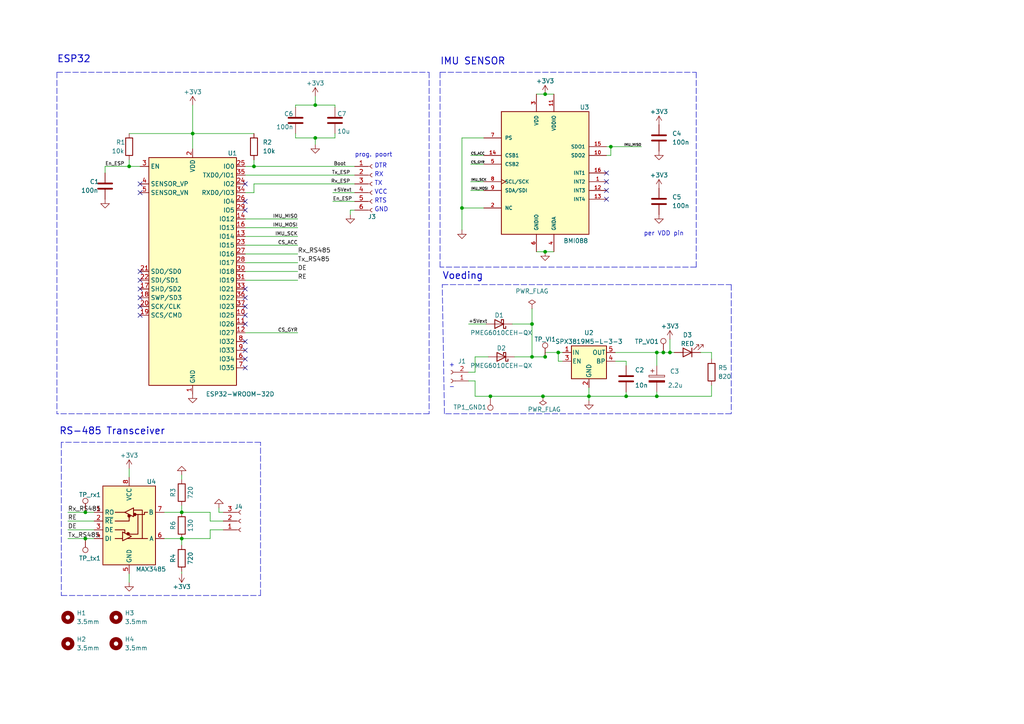
<source format=kicad_sch>
(kicad_sch (version 20211123) (generator eeschema)
  (paper "A4")
  (title_block (title "Ship Motion Sensor") (date "2022-12-10") (rev "1.1") (company "Sens2Sea"))
  (lib_symbols
    (symbol "BMI088:BMI088" (pin_names (offset 1.016))
      (property "Reference" "U3" (at 11.43 20.32 0))
      (property "Value" "BMI088" (at 8.89 -20.32 0))
      (symbol "BMI088_0_0"
        (rectangle (start -12.7 -17.78) (end 12.7 17.78) (stroke (width 0.254)) (fill (type background)))
        (pin bidirectional line (at 17.78 -2.54 180) (length 5.08) (name "INT2") (number "1"))
        (pin output line (at 17.78 5.08 180) (length 5.08) (name "SDO2") (number "10"))
        (pin power_in line (at 2.54 22.86 270) (length 5.08) (name "VDDIO") (number "11"))
        (pin bidirectional line (at 17.78 -5.08 180) (length 5.08) (name "INT3") (number "12"))
        (pin bidirectional line (at 17.78 -7.62 180) (length 5.08) (name "INT4") (number "13"))
        (pin input line (at -17.78 5.08 0) (length 5.08) (name "CSB1") (number "14"))
        (pin output line (at 17.78 7.62 180) (length 5.08) (name "SDO1") (number "15"))
        (pin bidirectional line (at 17.78 0 180) (length 5.08) (name "INT1") (number "16"))
        (pin passive line (at -17.78 -10.16 0) (length 5.08) (name "NC") (number "2"))
        (pin power_in line (at -2.54 22.86 270) (length 5.08) (name "VDD") (number "3"))
        (pin power_in line (at 2.54 -22.86 90) (length 5.08) (name "GNDA") (number "4"))
        (pin input line (at -17.78 2.54 0) (length 5.08) (name "CSB2") (number "5"))
        (pin power_in line (at -2.54 -22.86 90) (length 5.08) (name "GNDIO") (number "6"))
        (pin input line (at -17.78 10.16 0) (length 5.08) (name "PS") (number "7"))
        (pin input clock (at -17.78 -2.54 0) (length 5.08) (name "SCL/SCK") (number "8"))
        (pin bidirectional line (at -17.78 -5.08 0) (length 5.08) (name "SDA/SDI") (number "9"))
      )
    )
    (symbol "Connector:Conn_01x02_Female" (pin_names (offset 1.016) hide)
      (property "Reference" "J" (at 0 2.54 0))
      (property "Value" "Conn_01x02_Female" (at 0 -5.08 0))
      (symbol "Conn_01x02_Female_1_1"
        (arc (start 0 -2.032) (mid -0.508 -2.54) (end 0 -3.048) (stroke (width 0.1524)))
        (polyline (pts (xy -1.27 -2.54) (xy -0.508 -2.54)) (stroke (width 0.1524)))
        (polyline (pts (xy -1.27 0) (xy -0.508 0)) (stroke (width 0.1524)))
        (arc (start 0 0.508) (mid -0.508 0) (end 0 -0.508) (stroke (width 0.1524)))
        (pin passive line (at -5.08 0 0) (length 3.81) (name "Pin_1") (number "1"))
        (pin passive line (at -5.08 -2.54 0) (length 3.81) (name "Pin_2") (number "2"))
      )
    )
    (symbol "Connector:Conn_01x03_Female" (pin_names (offset 1.016) hide)
      (property "Reference" "J" (at 0 5.08 0))
      (property "Value" "Conn_01x03_Female" (at 0 -5.08 0))
      (symbol "Conn_01x03_Female_1_1"
        (arc (start 0 -2.032) (mid -0.508 -2.54) (end 0 -3.048) (stroke (width 0.1524)))
        (polyline (pts (xy -1.27 -2.54) (xy -0.508 -2.54)) (stroke (width 0.1524)))
        (polyline (pts (xy -1.27 0) (xy -0.508 0)) (stroke (width 0.1524)))
        (polyline (pts (xy -1.27 2.54) (xy -0.508 2.54)) (stroke (width 0.1524)))
        (arc (start 0 0.508) (mid -0.508 0) (end 0 -0.508) (stroke (width 0.1524)))
        (arc (start 0 3.048) (mid -0.508 2.54) (end 0 2.032) (stroke (width 0.1524)))
        (pin passive line (at -5.08 2.54 0) (length 3.81) (name "Pin_1") (number "1"))
        (pin passive line (at -5.08 0 0) (length 3.81) (name "Pin_2") (number "2"))
        (pin passive line (at -5.08 -2.54 0) (length 3.81) (name "Pin_3") (number "3"))
      )
    )
    (symbol "Connector:Conn_01x06_Female" (pin_names (offset 1.016) hide)
      (property "Reference" "J" (at 0 7.62 0))
      (property "Value" "Conn_01x06_Female" (at 0 -10.16 0))
      (symbol "Conn_01x06_Female_1_1"
        (arc (start 0 -7.112) (mid -0.508 -7.62) (end 0 -8.128) (stroke (width 0.1524)))
        (arc (start 0 -4.572) (mid -0.508 -5.08) (end 0 -5.588) (stroke (width 0.1524)))
        (arc (start 0 -2.032) (mid -0.508 -2.54) (end 0 -3.048) (stroke (width 0.1524)))
        (polyline (pts (xy -1.27 -7.62) (xy -0.508 -7.62)) (stroke (width 0.1524)))
        (polyline (pts (xy -1.27 -5.08) (xy -0.508 -5.08)) (stroke (width 0.1524)))
        (polyline (pts (xy -1.27 -2.54) (xy -0.508 -2.54)) (stroke (width 0.1524)))
        (polyline (pts (xy -1.27 0) (xy -0.508 0)) (stroke (width 0.1524)))
        (polyline (pts (xy -1.27 2.54) (xy -0.508 2.54)) (stroke (width 0.1524)))
        (polyline (pts (xy -1.27 5.08) (xy -0.508 5.08)) (stroke (width 0.1524)))
        (arc (start 0 0.508) (mid -0.508 0) (end 0 -0.508) (stroke (width 0.1524)))
        (arc (start 0 3.048) (mid -0.508 2.54) (end 0 2.032) (stroke (width 0.1524)))
        (arc (start 0 5.588) (mid -0.508 5.08) (end 0 4.572) (stroke (width 0.1524)))
        (pin passive line (at -5.08 5.08 0) (length 3.81) (name "Pin_1") (number "1"))
        (pin passive line (at -5.08 2.54 0) (length 3.81) (name "Pin_2") (number "2"))
        (pin passive line (at -5.08 0 0) (length 3.81) (name "Pin_3") (number "3"))
        (pin passive line (at -5.08 -2.54 0) (length 3.81) (name "Pin_4") (number "4"))
        (pin passive line (at -5.08 -5.08 0) (length 3.81) (name "Pin_5") (number "5"))
        (pin passive line (at -5.08 -7.62 0) (length 3.81) (name "Pin_6") (number "6"))
      )
    )
    (symbol "Connector:TestPoint" (pin_numbers hide) (pin_names (offset 0.762) hide)
      (property "Reference" "TP" (at 0 6.858 0))
      (property "Value" "TestPoint" (at 0 5.08 0))
      (symbol "TestPoint_0_1"
        (circle (center 0 3.302) (radius 0.762))
      )
      (symbol "TestPoint_1_1"
        (pin passive line (at 0 0 90) (length 2.54) (name "1") (number "1"))
      )
    )
    (symbol "Device:C" (pin_numbers hide) (pin_names (offset 0.254))
      (property "Reference" "C" (at 0.635 2.54 0))
      (property "Value" "C" (at 0.635 -2.54 0))
      (symbol "C_0_1"
        (polyline (pts (xy -2.032 -0.762) (xy 2.032 -0.762)) (stroke (width 0.508)))
        (polyline (pts (xy -2.032 0.762) (xy 2.032 0.762)) (stroke (width 0.508)))
      )
      (symbol "C_1_1"
        (pin passive line (at 0 3.81 270) (length 2.794) (name "~") (number "1"))
        (pin passive line (at 0 -3.81 90) (length 2.794) (name "~") (number "2"))
      )
    )
    (symbol "Device:C_Polarized" (pin_numbers hide) (pin_names (offset 0.254))
      (property "Reference" "C" (at 0.635 2.54 0))
      (property "Value" "C_Polarized" (at 0.635 -2.54 0))
      (symbol "C_Polarized_0_1"
        (rectangle (start -2.286 0.508) (end 2.286 1.016))
        (polyline (pts (xy -1.778 2.286) (xy -0.762 2.286)))
        (polyline (pts (xy -1.27 2.794) (xy -1.27 1.778)))
        (rectangle (start 2.286 -0.508) (end -2.286 -1.016) (fill (type outline)))
      )
      (symbol "C_Polarized_1_1"
        (pin passive line (at 0 3.81 270) (length 2.794) (name "~") (number "1"))
        (pin passive line (at 0 -3.81 90) (length 2.794) (name "~") (number "2"))
      )
    )
    (symbol "Device:D_Schottky" (pin_numbers hide) (pin_names (offset 1.016) hide)
      (property "Reference" "D" (at 0 2.54 0))
      (property "Value" "D_Schottky" (at 0 -2.54 0))
      (symbol "D_Schottky_0_1"
        (polyline (pts (xy 1.27 0) (xy -1.27 0)))
        (polyline (pts (xy 1.27 1.27) (xy 1.27 -1.27) (xy -1.27 0) (xy 1.27 1.27)) (stroke (width 0.254)))
        (polyline (pts (xy -1.905 0.635) (xy -1.905 1.27) (xy -1.27 1.27) (xy -1.27 -1.27) (xy -0.635 -1.27) (xy -0.635 -0.635)) (stroke (width 0.254)))
      )
      (symbol "D_Schottky_1_1"
        (pin passive line (at -3.81 0 0) (length 2.54) (name "K") (number "1"))
        (pin passive line (at 3.81 0 180) (length 2.54) (name "A") (number "2"))
      )
    )
    (symbol "Device:LED" (pin_numbers hide) (pin_names (offset 1.016) hide)
      (property "Reference" "D" (at 0 2.54 0))
      (property "Value" "LED" (at 0 -2.54 0))
      (symbol "LED_0_1"
        (polyline (pts (xy -1.27 -1.27) (xy -1.27 1.27)) (stroke (width 0.254)))
        (polyline (pts (xy -1.27 0) (xy 1.27 0)))
        (polyline (pts (xy 1.27 -1.27) (xy 1.27 1.27) (xy -1.27 0) (xy 1.27 -1.27)) (stroke (width 0.254)))
        (polyline (pts (xy -3.048 -0.762) (xy -4.572 -2.286) (xy -3.81 -2.286) (xy -4.572 -2.286) (xy -4.572 -1.524)))
        (polyline (pts (xy -1.778 -0.762) (xy -3.302 -2.286) (xy -2.54 -2.286) (xy -3.302 -2.286) (xy -3.302 -1.524)))
      )
      (symbol "LED_1_1"
        (pin passive line (at -3.81 0 0) (length 2.54) (name "K") (number "1"))
        (pin passive line (at 3.81 0 180) (length 2.54) (name "A") (number "2"))
      )
    )
    (symbol "Device:R" (pin_numbers hide) (pin_names (offset 0))
      (property "Reference" "R" (at 2.032 0 90))
      (property "Value" "R" (at 0 0 90))
      (symbol "R_0_1"
        (rectangle (start -1.016 -2.54) (end 1.016 2.54) (stroke (width 0.254)))
      )
      (symbol "R_1_1"
        (pin passive line (at 0 3.81 270) (length 1.27) (name "~") (number "1"))
        (pin passive line (at 0 -3.81 90) (length 1.27) (name "~") (number "2"))
      )
    )
    (symbol "Interface_UART:MAX3485"
      (property "Reference" "U" (at -6.096 11.43 0))
      (property "Value" "MAX3485" (at 0.762 11.43 0))
      (symbol "MAX3485_0_1"
        (rectangle (start -7.62 10.16) (end 7.62 -12.7) (stroke (width 0.254)) (fill (type background)))
        (circle (center -0.3048 -3.683) (radius 0.3556) (stroke (width 0.254)) (fill (type outline)))
        (circle (center -0.0254 1.4986) (radius 0.3556) (stroke (width 0.254)) (fill (type outline)))
        (polyline (pts (xy -4.064 -5.08) (xy -1.905 -5.08)) (stroke (width 0.254)))
        (polyline (pts (xy -4.064 2.54) (xy -1.27 2.54)) (stroke (width 0.254)))
        (polyline (pts (xy -1.27 -3.2004) (xy -1.27 -3.4544)) (stroke (width 0.254)))
        (polyline (pts (xy -0.635 -5.08) (xy 5.334 -5.08)) (stroke (width 0.254)))
        (polyline (pts (xy -4.064 -2.54) (xy -1.27 -2.54) (xy -1.27 -3.175)) (stroke (width 0.254)))
        (polyline (pts (xy 0 1.27) (xy 0 0) (xy -4.064 0)) (stroke (width 0.254)))
        (polyline (pts (xy 1.27 3.175) (xy 3.81 3.175) (xy 3.81 -5.08)) (stroke (width 0.254)))
        (polyline (pts (xy 2.54 1.905) (xy 2.54 -3.81) (xy 0 -3.81)) (stroke (width 0.254)))
        (polyline (pts (xy -1.905 -3.175) (xy -1.905 -5.715) (xy 0.635 -4.445) (xy -1.905 -3.175)) (stroke (width 0.254)))
        (polyline (pts (xy -1.27 2.54) (xy 1.27 3.81) (xy 1.27 1.27) (xy -1.27 2.54)) (stroke (width 0.254)))
        (polyline (pts (xy 1.905 1.905) (xy 4.445 1.905) (xy 4.445 2.54) (xy 5.334 2.54)) (stroke (width 0.254)))
        (rectangle (start 1.27 3.175) (end 1.27 3.175))
        (circle (center 1.651 1.905) (radius 0.3556) (stroke (width 0.254)) (fill (type outline)))
      )
      (symbol "MAX3485_1_1"
        (pin output line (at -10.16 2.54 0) (length 2.54) (name "RO") (number "1"))
        (pin input line (at -10.16 0 0) (length 2.54) (name "~{RE}") (number "2"))
        (pin input line (at -10.16 -2.54 0) (length 2.54) (name "DE") (number "3"))
        (pin input line (at -10.16 -5.08 0) (length 2.54) (name "DI") (number "4"))
        (pin power_in line (at 0 -15.24 90) (length 2.54) (name "GND") (number "5"))
        (pin bidirectional line (at 10.16 -5.08 180) (length 2.54) (name "A") (number "6"))
        (pin bidirectional line (at 10.16 2.54 180) (length 2.54) (name "B") (number "7"))
        (pin power_in line (at 0 12.7 270) (length 2.54) (name "VCC") (number "8"))
      )
    )
    (symbol "Mechanical:MountingHole" (pin_names (offset 1.016))
      (property "Reference" "H" (at 0 5.08 0))
      (property "Value" "MountingHole" (at 0 3.175 0))
      (symbol "MountingHole_0_1"
        (circle (center 0 0) (radius 1.27) (stroke (width 1.27)))
      )
    )
    (symbol "RF_Module:ESP32-WROOM-32D"
      (property "Reference" "U" (at -12.7 34.29 0))
      (property "Value" "ESP32-WROOM-32D" (at 1.27 34.29 0))
      (symbol "ESP32-WROOM-32D_0_1"
        (rectangle (start -12.7 33.02) (end 12.7 -33.02) (stroke (width 0.254)) (fill (type background)))
      )
      (symbol "ESP32-WROOM-32D_1_1"
        (pin power_in line (at 0 -35.56 90) (length 2.54) (name "GND") (number "1"))
        (pin bidirectional line (at 15.24 -12.7 180) (length 2.54) (name "IO25") (number "10"))
        (pin bidirectional line (at 15.24 -15.24 180) (length 2.54) (name "IO26") (number "11"))
        (pin bidirectional line (at 15.24 -17.78 180) (length 2.54) (name "IO27") (number "12"))
        (pin bidirectional line (at 15.24 10.16 180) (length 2.54) (name "IO14") (number "13"))
        (pin bidirectional line (at 15.24 15.24 180) (length 2.54) (name "IO12") (number "14"))
        (pin passive line (at 0 -35.56 90) (length 2.54) hide (name "GND") (number "15"))
        (pin bidirectional line (at 15.24 12.7 180) (length 2.54) (name "IO13") (number "16"))
        (pin bidirectional line (at -15.24 -5.08 0) (length 2.54) (name "SHD/SD2") (number "17"))
        (pin bidirectional line (at -15.24 -7.62 0) (length 2.54) (name "SWP/SD3") (number "18"))
        (pin bidirectional line (at -15.24 -12.7 0) (length 2.54) (name "SCS/CMD") (number "19"))
        (pin power_in line (at 0 35.56 270) (length 2.54) (name "VDD") (number "2"))
        (pin bidirectional line (at -15.24 -10.16 0) (length 2.54) (name "SCK/CLK") (number "20"))
        (pin bidirectional line (at -15.24 0 0) (length 2.54) (name "SDO/SD0") (number "21"))
        (pin bidirectional line (at -15.24 -2.54 0) (length 2.54) (name "SDI/SD1") (number "22"))
        (pin bidirectional line (at 15.24 7.62 180) (length 2.54) (name "IO15") (number "23"))
        (pin bidirectional line (at 15.24 25.4 180) (length 2.54) (name "IO2") (number "24"))
        (pin bidirectional line (at 15.24 30.48 180) (length 2.54) (name "IO0") (number "25"))
        (pin bidirectional line (at 15.24 20.32 180) (length 2.54) (name "IO4") (number "26"))
        (pin bidirectional line (at 15.24 5.08 180) (length 2.54) (name "IO16") (number "27"))
        (pin bidirectional line (at 15.24 2.54 180) (length 2.54) (name "IO17") (number "28"))
        (pin bidirectional line (at 15.24 17.78 180) (length 2.54) (name "IO5") (number "29"))
        (pin input line (at -15.24 30.48 0) (length 2.54) (name "EN") (number "3"))
        (pin bidirectional line (at 15.24 0 180) (length 2.54) (name "IO18") (number "30"))
        (pin bidirectional line (at 15.24 -2.54 180) (length 2.54) (name "IO19") (number "31"))
        (pin no_connect line (at -12.7 -27.94 0) (length 2.54) hide (name "NC") (number "32"))
        (pin bidirectional line (at 15.24 -5.08 180) (length 2.54) (name "IO21") (number "33"))
        (pin bidirectional line (at 15.24 22.86 180) (length 2.54) (name "RXD0/IO3") (number "34"))
        (pin bidirectional line (at 15.24 27.94 180) (length 2.54) (name "TXD0/IO1") (number "35"))
        (pin bidirectional line (at 15.24 -7.62 180) (length 2.54) (name "IO22") (number "36"))
        (pin bidirectional line (at 15.24 -10.16 180) (length 2.54) (name "IO23") (number "37"))
        (pin passive line (at 0 -35.56 90) (length 2.54) hide (name "GND") (number "38"))
        (pin passive line (at 0 -35.56 90) (length 2.54) hide (name "GND") (number "39"))
        (pin input line (at -15.24 25.4 0) (length 2.54) (name "SENSOR_VP") (number "4"))
        (pin input line (at -15.24 22.86 0) (length 2.54) (name "SENSOR_VN") (number "5"))
        (pin input line (at 15.24 -25.4 180) (length 2.54) (name "IO34") (number "6"))
        (pin input line (at 15.24 -27.94 180) (length 2.54) (name "IO35") (number "7"))
        (pin bidirectional line (at 15.24 -20.32 180) (length 2.54) (name "IO32") (number "8"))
        (pin bidirectional line (at 15.24 -22.86 180) (length 2.54) (name "IO33") (number "9"))
      )
    )
    (symbol "Regulator_Linear:SPX3819M5-L-3-3" (pin_names (offset 0.254))
      (property "Reference" "U" (at -3.81 5.715 0))
      (property "Value" "SPX3819M5-L-3-3" (at 0 5.715 0))
      (symbol "SPX3819M5-L-3-3_0_1"
        (rectangle (start -5.08 4.445) (end 5.08 -5.08) (stroke (width 0.254)) (fill (type background)))
      )
      (symbol "SPX3819M5-L-3-3_1_1"
        (pin power_in line (at -7.62 2.54 0) (length 2.54) (name "IN") (number "1"))
        (pin power_in line (at 0 -7.62 90) (length 2.54) (name "GND") (number "2"))
        (pin input line (at -7.62 0 0) (length 2.54) (name "EN") (number "3"))
        (pin input line (at 7.62 0 180) (length 2.54) (name "BP") (number "4"))
        (pin power_out line (at 7.62 2.54 180) (length 2.54) (name "OUT") (number "5"))
      )
    )
    (symbol "power:+3.3V" (power) (pin_names (offset 0))
      (property "Value" "+3.3V" (at 0 3.556 0))
      (symbol "+3.3V_0_1"
        (polyline (pts (xy -0.762 1.27) (xy 0 2.54)))
        (polyline (pts (xy 0 0) (xy 0 2.54)))
        (polyline (pts (xy 0 2.54) (xy 0.762 1.27)))
      )
      (symbol "+3.3V_1_1"
        (pin power_in line (at 0 0 90) (length 0) hide (name "+3V3") (number "1"))
      )
    )
    (symbol "power:GND" (power) (pin_names (offset 0))
      (property "Value" "GND" (at 0 -3.81 0))
      (symbol "GND_0_1"
        (polyline (pts (xy 0 0) (xy 0 -1.27) (xy 1.27 -1.27) (xy 0 -2.54) (xy -1.27 -1.27) (xy 0 -1.27)))
      )
      (symbol "GND_1_1"
        (pin power_in line (at 0 0 270) (length 0) hide (name "GND") (number "1"))
      )
    )
    (symbol "power:PWR_FLAG" (power) (pin_numbers hide) (pin_names (offset 0) hide)
      (property "Value" "PWR_FLAG" (at 0 3.81 0))
      (symbol "PWR_FLAG_0_0"
        (pin power_out line (at 0 0 90) (length 0) (name "pwr") (number "1"))
      )
      (symbol "PWR_FLAG_0_1"
        (polyline (pts (xy 0 0) (xy 0 1.27) (xy -1.016 1.905) (xy 0 2.54) (xy 1.016 1.905) (xy 0 1.27)))
      )
    )
  )
  (junction (at 170.815 114.935))
  (junction (at 158.115 73.025))
  (junction (at 192.405 102.235))
  (junction (at 24.765 148.59))
  (junction (at 55.88 38.735))
  (junction (at 52.705 148.59))
  (junction (at 161.925 102.235))
  (junction (at 158.115 103.505))
  (junction (at 133.985 60.325))
  (junction (at 52.705 156.21))
  (junction (at 181.61 114.935))
  (junction (at 91.44 40.005))
  (junction (at 142.24 114.935))
  (junction (at 190.5 114.935))
  (junction (at 91.44 30.48))
  (junction (at 24.765 156.21))
  (junction (at 194.31 102.235))
  (junction (at 73.66 48.26))
  (junction (at 177.165 42.545))
  (junction (at 154.305 103.505))
  (junction (at 158.115 27.305))
  (junction (at 190.5 102.235))
  (junction (at 154.305 93.98))
  (junction (at 37.465 48.26))
  (junction (at 157.48 114.935))
  (no_connect (at 71.12 99.06))
  (no_connect (at 71.12 101.6))
  (no_connect (at 71.12 104.14))
  (no_connect (at 71.12 58.42))
  (no_connect (at 71.12 83.82))
  (no_connect (at 71.12 88.9))
  (no_connect (at 71.12 86.36))
  (no_connect (at 71.12 60.96))
  (no_connect (at 40.64 86.36))
  (no_connect (at 40.64 55.88))
  (no_connect (at 71.12 53.34))
  (no_connect (at 175.895 52.705))
  (no_connect (at 40.64 83.82))
  (no_connect (at 175.895 50.165))
  (no_connect (at 175.895 55.245))
  (no_connect (at 71.12 106.68))
  (no_connect (at 40.64 91.44))
  (no_connect (at 40.64 88.9))
  (no_connect (at 40.64 78.74))
  (no_connect (at 40.64 53.34))
  (no_connect (at 175.895 57.785))
  (no_connect (at 40.64 81.28))
  (no_connect (at 71.12 93.98))
  (no_connect (at 71.12 91.44))
  (wire (pts (xy 149.225 103.505) (xy 154.305 103.505)))
  (polyline (pts (xy 201.93 20.955) (xy 201.93 77.47)))
  (wire (pts (xy 181.61 113.665) (xy 181.61 114.935)))
  (wire (pts (xy 178.435 104.775) (xy 181.61 104.775)))
  (wire (pts (xy 158.115 102.235) (xy 158.115 103.505)))
  (polyline (pts (xy 127.635 20.955) (xy 127.635 77.47)))
  (wire (pts (xy 71.12 78.74) (xy 86.36 78.74)))
  (wire (pts (xy 71.12 63.5) (xy 86.36 63.5)))
  (wire (pts (xy 177.165 42.545) (xy 186.055 42.545)))
  (polyline (pts (xy 127.635 20.955) (xy 201.93 20.955)))
  (wire (pts (xy 101.6 60.96) (xy 101.6 62.23)))
  (wire (pts (xy 19.685 151.13) (xy 27.305 151.13)))
  (polyline (pts (xy 17.78 172.72) (xy 75.565 172.72)))
  (wire (pts (xy 60.96 151.13) (xy 64.77 151.13)))
  (wire (pts (xy 71.12 66.04) (xy 86.36 66.04)))
  (wire (pts (xy 161.925 102.235) (xy 163.195 102.235)))
  (wire (pts (xy 133.985 60.325) (xy 133.985 40.005)))
  (wire (pts (xy 141.605 103.505) (xy 137.795 103.505)))
  (wire (pts (xy 194.31 98.425) (xy 194.31 102.235)))
  (wire (pts (xy 133.985 40.005) (xy 140.335 40.005)))
  (wire (pts (xy 37.465 48.26) (xy 37.465 46.355)))
  (wire (pts (xy 60.96 153.67) (xy 64.77 153.67)))
  (wire (pts (xy 155.575 27.305) (xy 158.115 27.305)))
  (wire (pts (xy 136.525 45.085) (xy 140.335 45.085)))
  (wire (pts (xy 157.48 114.935) (xy 170.815 114.935)))
  (wire (pts (xy 194.31 102.235) (xy 195.58 102.235)))
  (wire (pts (xy 148.59 93.98) (xy 154.305 93.98)))
  (wire (pts (xy 97.155 38.735) (xy 97.155 40.005)))
  (polyline (pts (xy 208.28 82.55) (xy 212.09 82.55)))
  (polyline (pts (xy 149.225 120.015) (xy 128.905 120.015)))
  (wire (pts (xy 71.12 55.88) (xy 73.66 55.88)))
  (wire (pts (xy 71.12 71.12) (xy 86.36 71.12)))
  (wire (pts (xy 73.66 53.34) (xy 102.87 53.34)))
  (wire (pts (xy 91.44 27.94) (xy 91.44 30.48)))
  (wire (pts (xy 158.115 102.235) (xy 161.925 102.235)))
  (wire (pts (xy 71.12 50.8) (xy 102.87 50.8)))
  (wire (pts (xy 154.305 93.98) (xy 154.305 103.505)))
  (wire (pts (xy 170.815 114.935) (xy 181.61 114.935)))
  (wire (pts (xy 85.725 38.735) (xy 85.725 40.005)))
  (wire (pts (xy 71.12 81.28) (xy 86.36 81.28)))
  (wire (pts (xy 136.525 47.625) (xy 140.335 47.625)))
  (wire (pts (xy 137.795 110.49) (xy 135.89 110.49)))
  (wire (pts (xy 178.435 102.235) (xy 190.5 102.235)))
  (wire (pts (xy 85.725 31.115) (xy 85.725 30.48)))
  (wire (pts (xy 163.195 104.775) (xy 161.925 104.775)))
  (wire (pts (xy 177.165 45.085) (xy 177.165 42.545)))
  (wire (pts (xy 37.465 166.37) (xy 37.465 168.91)))
  (wire (pts (xy 181.61 104.775) (xy 181.61 106.045)))
  (wire (pts (xy 158.115 73.025) (xy 160.655 73.025)))
  (wire (pts (xy 158.115 27.305) (xy 160.655 27.305)))
  (wire (pts (xy 52.705 146.685) (xy 52.705 148.59)))
  (wire (pts (xy 206.375 102.235) (xy 206.375 104.14)))
  (wire (pts (xy 97.155 40.005) (xy 91.44 40.005)))
  (wire (pts (xy 52.705 156.21) (xy 60.96 156.21)))
  (wire (pts (xy 190.5 106.045) (xy 190.5 102.235)))
  (wire (pts (xy 55.88 30.48) (xy 55.88 38.735)))
  (wire (pts (xy 175.895 45.085) (xy 177.165 45.085)))
  (wire (pts (xy 91.44 30.48) (xy 97.155 30.48)))
  (wire (pts (xy 19.685 153.67) (xy 27.305 153.67)))
  (wire (pts (xy 30.48 48.26) (xy 30.48 50.165)))
  (polyline (pts (xy 16.51 20.955) (xy 16.51 120.015)))
  (wire (pts (xy 96.52 58.42) (xy 102.87 58.42)))
  (wire (pts (xy 102.87 60.96) (xy 101.6 60.96)))
  (wire (pts (xy 155.575 73.025) (xy 158.115 73.025)))
  (wire (pts (xy 73.66 46.355) (xy 73.66 48.26)))
  (wire (pts (xy 133.985 60.325) (xy 140.335 60.325)))
  (wire (pts (xy 40.64 48.26) (xy 37.465 48.26)))
  (wire (pts (xy 60.96 156.21) (xy 60.96 153.67)))
  (wire (pts (xy 71.12 68.58) (xy 86.36 68.58)))
  (wire (pts (xy 170.815 112.395) (xy 170.815 114.935)))
  (wire (pts (xy 190.5 102.235) (xy 192.405 102.235)))
  (wire (pts (xy 73.66 48.26) (xy 102.87 48.26)))
  (wire (pts (xy 137.795 114.935) (xy 142.24 114.935)))
  (polyline (pts (xy 16.51 20.955) (xy 124.46 20.955)))
  (polyline (pts (xy 124.46 120.015) (xy 16.51 120.015)))
  (wire (pts (xy 73.66 38.735) (xy 55.88 38.735)))
  (polyline (pts (xy 75.565 172.72) (xy 75.565 128.27)))
  (wire (pts (xy 154.305 89.535) (xy 154.305 93.98)))
  (polyline (pts (xy 201.93 77.47) (xy 127.635 77.47)))
  (wire (pts (xy 203.2 102.235) (xy 206.375 102.235)))
  (wire (pts (xy 142.24 114.935) (xy 157.48 114.935)))
  (wire (pts (xy 37.465 135.89) (xy 37.465 138.43)))
  (polyline (pts (xy 212.09 82.55) (xy 212.09 92.075)))
  (wire (pts (xy 52.705 137.795) (xy 52.705 139.065)))
  (wire (pts (xy 85.725 30.48) (xy 91.44 30.48)))
  (wire (pts (xy 63.5 148.59) (xy 64.77 148.59)))
  (polyline (pts (xy 75.565 128.27) (xy 17.78 128.27)))
  (wire (pts (xy 47.625 156.21) (xy 52.705 156.21)))
  (polyline (pts (xy 124.46 20.955) (xy 124.46 120.015)))
  (wire (pts (xy 161.925 102.235) (xy 161.925 104.775)))
  (polyline (pts (xy 212.09 120.015) (xy 149.225 120.015)))
  (wire (pts (xy 47.625 148.59) (xy 52.705 148.59)))
  (wire (pts (xy 37.465 38.735) (xy 55.88 38.735)))
  (wire (pts (xy 71.12 96.52) (xy 86.36 96.52)))
  (wire (pts (xy 73.66 55.88) (xy 73.66 53.34)))
  (wire (pts (xy 190.5 113.665) (xy 190.5 114.935)))
  (wire (pts (xy 136.525 52.705) (xy 140.335 52.705)))
  (wire (pts (xy 206.375 114.935) (xy 206.375 111.76)))
  (wire (pts (xy 52.705 156.21) (xy 52.705 158.115)))
  (wire (pts (xy 154.305 103.505) (xy 158.115 103.505)))
  (wire (pts (xy 71.12 73.66) (xy 86.36 73.66)))
  (wire (pts (xy 19.685 156.21) (xy 24.765 156.21)))
  (wire (pts (xy 97.155 30.48) (xy 97.155 31.115)))
  (wire (pts (xy 133.985 66.675) (xy 133.985 60.325)))
  (wire (pts (xy 192.405 102.235) (xy 194.31 102.235)))
  (wire (pts (xy 60.96 148.59) (xy 60.96 151.13)))
  (wire (pts (xy 30.48 48.26) (xy 37.465 48.26)))
  (wire (pts (xy 63.5 147.32) (xy 63.5 148.59)))
  (wire (pts (xy 175.895 42.545) (xy 177.165 42.545)))
  (wire (pts (xy 19.685 148.59) (xy 24.765 148.59)))
  (wire (pts (xy 137.795 103.505) (xy 137.795 107.95)))
  (wire (pts (xy 55.88 38.735) (xy 55.88 43.18)))
  (wire (pts (xy 24.765 148.59) (xy 27.305 148.59)))
  (wire (pts (xy 137.795 114.935) (xy 137.795 110.49)))
  (wire (pts (xy 91.44 40.005) (xy 91.44 41.91)))
  (wire (pts (xy 71.12 48.26) (xy 73.66 48.26)))
  (wire (pts (xy 24.765 156.21) (xy 27.305 156.21)))
  (wire (pts (xy 136.525 55.245) (xy 140.335 55.245)))
  (wire (pts (xy 137.795 107.95) (xy 135.89 107.95)))
  (polyline (pts (xy 212.09 92.075) (xy 212.09 120.015)))
  (wire (pts (xy 96.52 55.88) (xy 102.87 55.88)))
  (wire (pts (xy 190.5 114.935) (xy 206.375 114.935)))
  (wire (pts (xy 170.815 114.935) (xy 170.815 116.205)))
  (polyline (pts (xy 17.78 128.27) (xy 17.78 172.72)))
  (polyline (pts (xy 128.27 82.55) (xy 208.28 82.55)))
  (polyline (pts (xy 128.905 120.015) (xy 128.27 82.55)))
  (wire (pts (xy 181.61 114.935) (xy 190.5 114.935)))
  (wire (pts (xy 52.705 148.59) (xy 60.96 148.59)))
  (wire (pts (xy 91.44 40.005) (xy 85.725 40.005)))
  (wire (pts (xy 71.12 76.2) (xy 86.36 76.2)))
  (wire (pts (xy 52.705 165.735) (xy 52.705 166.37)))
  (wire (pts (xy 135.89 93.98) (xy 140.97 93.98)))
  (text "+" (at 130.175 106.68 0) (effects (font (size 1.27 1.27)) (justify left bottom)))
  (text "GND\n" (at 108.585 61.595 0) (effects (font (size 1.27 1.27)) (justify left bottom)))
  (text "RS-485 Transceiver\n\n" (at 17.145 129.54 0) (effects (font (size 2 2) (thickness 0.254) bold) (justify left bottom)))
  (text "ESP32\n" (at 16.51 18.415 0) (effects (font (size 2 2) (thickness 0.254) bold) (justify left bottom)))
  (text "prog. poort\n" (at 102.87 45.72 0) (effects (font (size 1.27 1.27)) (justify left bottom)))
  (text "per VDD pin" (at 186.69 68.58 0) (effects (font (size 1.27 1.27)) (justify left bottom)))
  (text "RX\n" (at 108.585 51.435 0) (effects (font (size 1.27 1.27)) (justify left bottom)))
  (text "DTR" (at 108.585 48.895 0) (effects (font (size 1.27 1.27)) (justify left bottom)))
  (text "Voeding" (at 128.27 81.28 0) (effects (font (size 2 2) (thickness 0.254) bold) (justify left bottom)))
  (text "TX\n" (at 108.585 53.975 0) (effects (font (size 1.27 1.27)) (justify left bottom)))
  (text "IMU SENSOR\n" (at 127.635 19.05 0) (effects (font (size 2 2) (thickness 0.254) bold) (justify left bottom)))
  (text "-\n" (at 130.175 113.03 0) (effects (font (size 1.27 1.27)) (justify left bottom)))
  (text "RTS" (at 108.585 59.055 0) (effects (font (size 1.27 1.27)) (justify left bottom)))
  (text "VCC\n" (at 108.585 56.515 0) (effects (font (size 1.27 1.27)) (justify left bottom)))
  (label "DE" (at 86.36 78.74 0))
  (label "IMU_MOSI" (at 86.36 66.04 180) (effects (font (size 1 1))))
  (label "CS_GYR" (at 136.525 47.625 0) (effects (font (size 0.7 0.7))))
  (label "Rx_ESP" (at 101.6 53.34 180) (effects (font (size 1 1))))
  (label "Tx_RS485" (at 86.36 76.2 0))
  (label "+5Vext" (at 96.52 55.88 0) (effects (font (size 1 1))))
  (label "RE" (at 86.36 81.28 0))
  (label "IMU_MISO" (at 86.36 63.5 180) (effects (font (size 1 1))))
  (label "IMU_MOSI" (at 136.525 55.245 0) (effects (font (size 0.7 0.7))))
  (label "CS_GYR" (at 86.36 96.52 180) (effects (font (size 1 1))))
  (label "RE" (at 19.685 151.13 0))
  (label "+5Vext" (at 135.89 93.98 0) (effects (font (size 1 1))))
  (label "IMU_SCK" (at 86.36 68.58 180) (effects (font (size 1 1))))
  (label "Rx_RS485" (at 86.36 73.66 0))
  (label "Tx_RS485" (at 19.685 156.21 0))
  (label "Boot" (at 100.33 48.26 180) (effects (font (size 1 1))))
  (label "CS_ACC" (at 86.36 71.12 180) (effects (font (size 1 1))))
  (label "En_ESP" (at 96.52 58.42 0) (effects (font (size 1 1))))
  (label "Tx_ESP" (at 101.6 50.8 180) (effects (font (size 1 1))))
  (label "En_ESP" (at 30.48 48.26 0) (effects (font (size 1 1))))
  (label "DE" (at 19.685 153.67 0))
  (label "IMU_MISO" (at 186.055 42.545 180) (effects (font (size 0.7 0.7))))
  (label "Rx_RS485" (at 19.685 148.59 0))
  (label "IMU_SCK" (at 136.525 52.705 0) (effects (font (size 0.7 0.7))))
  (label "CS_ACC" (at 136.525 45.085 0) (effects (font (size 0.7 0.7))))
  (symbol (lib_id "Device:C") (at 85.725 34.925 180) (unit 1)
    (property "Reference" "C6" (at 85.09 33.02 0) (effects (justify left)))
    (property "Value" "100n" (at 85.09 36.83 0) (effects (justify left)))
    (property "Footprint" "Capacitor_SMD:C_0805_2012Metric_Pad1.18x1.45mm_HandSolder" (effects hide))
  )
  (symbol (lib_id "Device:R") (at 52.705 161.925 0) (unit 1)
    (property "Reference" "R4" (at 50.165 161.925 90))
    (property "Value" "720" (at 55.245 161.925 90))
    (property "Footprint" "Resistor_SMD:R_0805_2012Metric_Pad1.20x1.40mm_HandSolder" (effects hide))
  )
  (symbol (lib_id "power:GND") (at 91.44 41.91 0) (unit 1)
    (property "Reference" "#PWR0117" (effects hide))
    (property "Value" "GND" (effects hide))
  )
  (symbol (lib_id "power:GND") (at 30.48 57.785 0) (unit 1)
    (property "Reference" "#PWR0108" (effects hide))
    (property "Value" "GND" (effects hide))
  )
  (symbol (lib_id "Device:C") (at 191.135 58.42 0) (unit 1)
    (property "Reference" "C5" (at 194.945 57.1499 0) (effects (justify left)))
    (property "Value" "100n" (at 194.945 59.6899 0) (effects (justify left)))
    (property "Footprint" "Capacitor_SMD:C_0805_2012Metric_Pad1.18x1.45mm_HandSolder" (effects hide))
  )
  (symbol (lib_id "Connector:TestPoint") (at 142.24 114.935 180) (unit 1)
    (property "Reference" "TP1_GND1" (at 131.445 118.11 0) (effects (justify right)))
    (property "Value" "TestPoint" (effects hide))
    (property "Footprint" "TestPoint:TestPoint_THTPad_1.5x1.5mm_Drill0.7mm" (effects hide))
  )
  (symbol (lib_id "Device:R") (at 37.465 42.545 180) (unit 1)
    (property "Reference" "R1" (at 33.655 41.275 0) (effects (justify right)))
    (property "Value" "10k" (at 32.385 43.815 0) (effects (justify right)))
    (property "Footprint" "Resistor_SMD:R_0805_2012Metric_Pad1.20x1.40mm_HandSolder" (effects hide))
  )
  (symbol (lib_id "Device:C") (at 97.155 34.925 0) (unit 1)
    (property "Reference" "C7" (at 97.79 33.02 0) (effects (justify left)))
    (property "Value" "10u" (at 97.79 38.1 0) (effects (justify left)))
    (property "Footprint" "Capacitor_SMD:C_0805_2012Metric_Pad1.18x1.45mm_HandSolder" (effects hide))
  )
  (symbol (lib_id "Device:R") (at 206.375 107.95 180) (unit 1)
    (property "Reference" "R5" (at 208.28 106.6799 0) (effects (justify right)))
    (property "Value" "820" (at 208.28 109.2199 0) (effects (justify right)))
    (property "Footprint" "Resistor_SMD:R_0805_2012Metric_Pad1.20x1.40mm_HandSolder" (effects hide))
  )
  (symbol (lib_id "power:+3.3V") (at 52.705 166.37 180) (unit 1)
    (property "Reference" "#PWR0119" (effects hide))
    (property "Value" "+3.3V" (at 52.705 170.18 0))
  )
  (symbol (lib_id "Device:D_Schottky") (at 144.78 93.98 180) (unit 1)
    (property "Reference" "D1" (at 144.78 91.44 0))
    (property "Value" "PMEG6010CEH-QX" (at 145.415 96.52 0))
    (property "Footprint" "Diode_SMD:D_SOD-123F" (effects hide))
  )
  (symbol (lib_id "Device:C") (at 30.48 53.975 0) (unit 1)
    (property "Reference" "C1" (at 26.035 52.705 0) (effects (justify left)))
    (property "Value" "100n" (at 23.495 55.245 0) (effects (justify left)))
    (property "Footprint" "Capacitor_SMD:C_0805_2012Metric_Pad1.18x1.45mm_HandSolder" (effects hide))
  )
  (symbol (lib_id "Device:LED") (at 199.39 102.235 180) (unit 1)
    (property "Reference" "D3" (at 199.39 97.155 0))
    (property "Value" "RED" (at 199.39 99.695 0))
    (property "Footprint" "LED_SMD:LED_1206_3216Metric_Pad1.42x1.75mm_HandSolder" (effects hide))
  )
  (symbol (lib_id "RF_Module:ESP32-WROOM-32D") (at 55.88 78.74 0) (unit 1)
    (property "Reference" "U1" (at 66.04 44.45 0) (effects (justify left)))
    (property "Value" "ESP32-WROOM-32D" (at 59.69 114.3 0) (effects (justify left)))
    (property "Footprint" "RF_Module:ESP32-WROOM-32" (effects hide))
    (property "Datasheet" "https://www.espressif.com/sites/default/files/documentation/esp32-wroom-32d_esp32-wroom-32u_datasheet_en.pdf" (effects hide))
  )
  (symbol (lib_id "Device:D_Schottky") (at 145.415 103.505 180) (unit 1)
    (property "Reference" "D2" (at 145.415 100.965 0))
    (property "Value" "PMEG6010CEH-QX" (at 145.415 106.045 0))
    (property "Footprint" "Diode_SMD:D_SOD-123F" (effects hide))
  )
  (symbol (lib_id "Mechanical:MountingHole") (at 19.685 186.69 0) (unit 1)
    (property "Reference" "H2" (at 22.225 185.4199 0) (effects (justify left)))
    (property "Value" "3.5mm" (at 22.225 187.9599 0) (effects (justify left)))
    (property "Footprint" "MountingHole:MountingHole_3.5mm" (effects hide))
  )
  (symbol (lib_id "Connector:TestPoint") (at 192.405 102.235 0) (unit 1)
    (property "Reference" "TP_VO1" (at 191.135 99.06 0) (effects (justify right)))
    (property "Value" "TestPoint" (effects hide))
    (property "Footprint" "TestPoint:TestPoint_THTPad_1.5x1.5mm_Drill0.7mm" (effects hide))
  )
  (symbol (lib_id "power:PWR_FLAG") (at 157.48 114.935 180) (unit 1)
    (property "Reference" "#FLG0102" (effects hide))
    (property "Value" "PWR_FLAG" (at 153.035 118.745 0) (effects (justify right)))
  )
  (symbol (lib_id "power:GND") (at 191.135 62.23 0) (unit 1)
    (property "Reference" "#PWR0104" (effects hide))
    (property "Value" "GND" (effects hide))
  )
  (symbol (lib_id "power:+3.3V") (at 191.135 36.195 0) (unit 1)
    (property "Reference" "#PWR0106" (effects hide))
    (property "Value" "+3.3V" (at 191.135 32.385 0))
  )
  (symbol (lib_id "power:+3.3V") (at 91.44 27.94 0) (unit 1)
    (property "Reference" "#PWR0116" (effects hide))
    (property "Value" "+3.3V" (at 91.44 24.13 0))
  )
  (symbol (lib_id "power:GND") (at 158.115 73.025 0) (unit 1)
    (property "Reference" "#PWR0102" (effects hide))
    (property "Value" "GND" (effects hide))
  )
  (symbol (lib_id "Connector:TestPoint") (at 158.115 103.505 0) (unit 1)
    (property "Reference" "TP_VI1" (at 161.29 98.425 0) (effects (justify right)))
    (property "Value" "TestPoint" (effects hide))
    (property "Footprint" "TestPoint:TestPoint_THTPad_1.5x1.5mm_Drill0.7mm" (effects hide))
  )
  (symbol (lib_id "Device:R") (at 52.705 152.4 0) (unit 1)
    (property "Reference" "R6" (at 50.165 152.4 90))
    (property "Value" "130" (at 55.245 152.4 90))
    (property "Footprint" "Resistor_SMD:R_0805_2012Metric_Pad1.20x1.40mm_HandSolder" (effects hide))
  )
  (symbol (lib_id "Device:C") (at 191.135 40.005 0) (unit 1)
    (property "Reference" "C4" (at 194.945 38.7349 0) (effects (justify left)))
    (property "Value" "100n" (at 194.945 41.2749 0) (effects (justify left)))
    (property "Footprint" "Capacitor_SMD:C_0805_2012Metric_Pad1.18x1.45mm_HandSolder" (effects hide))
  )
  (symbol (lib_id "power:+3.3V") (at 55.88 30.48 0) (unit 1)
    (property "Reference" "#PWR0113" (effects hide))
    (property "Value" "+3.3V" (at 55.88 26.67 0))
  )
  (symbol (lib_id "Connector:Conn_01x06_Female") (at 107.95 53.34 0) (unit 1)
    (property "Reference" "J3" (at 106.68 62.865 0) (effects (justify left)))
    (property "Value" "Conn_01x06_Female" (effects hide))
    (property "Footprint" "Connector_PinSocket_2.54mm:PinSocket_1x06_P2.54mm_Vertical" (effects hide))
  )
  (symbol (lib_id "BMI088:BMI088") (at 158.115 50.165 0) (unit 1)
    (property "Reference" "U3" (at 169.545 31.115 0))
    (property "Value" "BMI088" (at 167.005 69.85 0))
    (property "Footprint" "Library_Ediz:LGA_16_cw" (effects hide))
    (property "PRICE" "None" (effects hide))
    (property "PURCHASE-URL" "https://pricing.snapeda.com/search/part/BMI088/?ref=eda" (effects hide))
    (property "MF" "Bosch Sensortec" (effects hide))
    (property "DESCRIPTION" "Accelerometer, Gyroscope, 6 Axis Sensor I²C, SPI Output" (effects hide))
    (property "MP" "BMI088" (effects hide))
    (property "PACKAGE" "VFLGA-16 Bosch Sensortec" (effects hide))
    (property "AVAILABILITY" "In Stock" (effects hide))
  )
  (symbol (lib_id "power:GND") (at 55.88 114.3 0) (unit 1)
    (property "Reference" "#PWR0107" (effects hide))
    (property "Value" "GND" (effects hide))
  )
  (symbol (lib_id "power:GND") (at 37.465 168.91 0) (unit 1)
    (property "Reference" "#PWR0115" (effects hide))
    (property "Value" "GND" (effects hide))
  )
  (symbol (lib_id "power:GND") (at 133.985 66.675 0) (unit 1)
    (property "Reference" "#PWR0110" (effects hide))
    (property "Value" "GND" (effects hide))
  )
  (symbol (lib_id "Device:C") (at 181.61 109.855 0) (unit 1)
    (property "Reference" "C2" (at 184.15 107.315 0) (effects (justify left)))
    (property "Value" "10n" (at 184.15 111.76 0) (effects (justify left)))
    (property "Footprint" "Capacitor_SMD:C_0805_2012Metric_Pad1.18x1.45mm_HandSolder" (effects hide))
  )
  (symbol (lib_id "power:GND") (at 63.5 147.32 180) (unit 1)
    (property "Reference" "#PWR0118" (effects hide))
    (property "Value" "GND" (effects hide))
  )
  (symbol (lib_id "Connector:TestPoint") (at 24.765 156.21 180) (unit 1)
    (property "Reference" "TP_tx1" (at 22.86 161.925 0) (effects (justify right)))
    (property "Value" "TestPoint" (effects hide))
    (property "Footprint" "TestPoint:TestPoint_THTPad_1.5x1.5mm_Drill0.7mm" (effects hide))
  )
  (symbol (lib_id "Connector:Conn_01x02_Female") (at 130.81 110.49 180) (unit 1)
    (property "Reference" "J1" (at 133.985 104.775 0))
    (property "Value" "Conn_01x02_Female" (effects hide))
    (property "Footprint" "Connector_Phoenix_MC:PhoenixContact_MC_1,5_2-G-3.81_1x02_P3.81mm_Horizontal" (effects hide))
  )
  (symbol (lib_id "power:+3.3V") (at 194.31 98.425 0) (unit 1)
    (property "Reference" "#PWR0111" (effects hide))
    (property "Value" "+3.3V" (at 194.31 94.615 0))
  )
  (symbol (lib_id "power:GND") (at 191.135 43.815 0) (unit 1)
    (property "Reference" "#PWR0105" (effects hide))
    (property "Value" "GND" (effects hide))
  )
  (symbol (lib_id "Device:C_Polarized") (at 190.5 109.855 0) (unit 1)
    (property "Reference" "C3" (at 194.31 107.6959 0) (effects (justify left)))
    (property "Value" "2.2u" (at 193.675 111.76 0) (effects (justify left)))
    (property "Footprint" "Capacitor_SMD:CP_Elec_4x3.9" (effects hide))
  )
  (symbol (lib_id "Connector:TestPoint") (at 24.765 148.59 0) (unit 1)
    (property "Reference" "TP_rx1" (at 22.86 143.51 0) (effects (justify left)))
    (property "Value" "TestPoint" (effects hide))
    (property "Footprint" "TestPoint:TestPoint_THTPad_1.5x1.5mm_Drill0.7mm" (effects hide))
  )
  (symbol (lib_id "Mechanical:MountingHole") (at 33.655 186.69 0) (unit 1)
    (property "Reference" "H4" (at 36.195 185.4199 0) (effects (justify left)))
    (property "Value" "3.5mm" (at 36.195 187.9599 0) (effects (justify left)))
    (property "Footprint" "MountingHole:MountingHole_3.5mm" (effects hide))
  )
  (symbol (lib_id "power:+3.3V") (at 37.465 135.89 0) (unit 1)
    (property "Reference" "#PWR0114" (effects hide))
    (property "Value" "+3.3V" (at 37.465 132.08 0))
  )
  (symbol (lib_id "power:PWR_FLAG") (at 154.305 89.535 0) (unit 1)
    (property "Reference" "#FLG0101" (effects hide))
    (property "Value" "PWR_FLAG" (at 154.305 84.455 0))
  )
  (symbol (lib_id "power:GND") (at 52.705 137.795 180) (unit 1)
    (property "Reference" "#PWR0120" (effects hide))
    (property "Value" "GND" (effects hide))
  )
  (symbol (lib_id "Mechanical:MountingHole") (at 19.685 179.07 0) (unit 1)
    (property "Reference" "H1" (at 22.225 177.7999 0) (effects (justify left)))
    (property "Value" "3.5mm" (at 22.225 180.3399 0) (effects (justify left)))
    (property "Footprint" "MountingHole:MountingHole_3.5mm" (effects hide))
  )
  (symbol (lib_id "power:GND") (at 170.815 116.205 0) (unit 1)
    (property "Reference" "#PWR0112" (effects hide))
    (property "Value" "GND" (effects hide))
  )
  (symbol (lib_id "power:GND") (at 101.6 62.23 0) (unit 1)
    (property "Reference" "#PWR0109" (effects hide))
    (property "Value" "GND" (effects hide))
  )
  (symbol (lib_id "Mechanical:MountingHole") (at 33.655 179.07 0) (unit 1)
    (property "Reference" "H3" (at 36.195 177.7999 0) (effects (justify left)))
    (property "Value" "3.5mm" (at 36.195 180.3399 0) (effects (justify left)))
    (property "Footprint" "MountingHole:MountingHole_3.5mm" (effects hide))
  )
  (symbol (lib_id "Device:R") (at 73.66 42.545 180) (unit 1)
    (property "Reference" "R2" (at 76.2 41.2749 0) (effects (justify right)))
    (property "Value" "10k" (at 76.2 43.8149 0) (effects (justify right)))
    (property "Footprint" "Resistor_SMD:R_0805_2012Metric_Pad1.20x1.40mm_HandSolder" (effects hide))
  )
  (symbol (lib_id "Interface_UART:MAX3485") (at 37.465 151.13 0) (unit 1)
    (property "Reference" "U4" (at 42.545 139.7 0) (effects (justify left)))
    (property "Value" "MAX3485" (at 39.37 165.1 0) (effects (justify left)))
    (property "Footprint" "Package_SO:SOIC-8_3.9x4.9mm_P1.27mm" (effects hide))
    (property "Datasheet" "https://datasheets.maximintegrated.com/en/ds/MAX3483-MAX3491.pdf" (effects hide))
  )
  (symbol (lib_id "Device:R") (at 52.705 142.875 0) (unit 1)
    (property "Reference" "R3" (at 50.165 142.875 90))
    (property "Value" "720" (at 55.245 142.875 90))
    (property "Footprint" "Resistor_SMD:R_0805_2012Metric_Pad1.20x1.40mm_HandSolder" (effects hide))
  )
  (symbol (lib_id "power:+3.3V") (at 158.115 27.305 0) (unit 1)
    (property "Reference" "#PWR0101" (effects hide))
    (property "Value" "+3.3V" (at 158.115 23.495 0))
  )
  (symbol (lib_id "power:+3.3V") (at 191.135 54.61 0) (unit 1)
    (property "Reference" "#PWR0103" (effects hide))
    (property "Value" "+3.3V" (at 191.135 50.8 0))
  )
  (symbol (lib_id "Regulator_Linear:SPX3819M5-L-3-3") (at 170.815 104.775 0) (unit 1)
    (property "Reference" "U2" (at 170.815 96.52 0))
    (property "Value" "SPX3819M5-L-3-3" (at 170.815 99.06 0))
    (property "Footprint" "Package_TO_SOT_SMD:SOT-23-5" (effects hide))
    (property "Datasheet" "https://www.exar.com/content/document.ashx?id=22106&languageid=1033&type=Datasheet&partnumber=SPX3819&filename=SPX3819.pdf&part=SPX3819" (effects hide))
  )
  (symbol (lib_id "Connector:Conn_01x03_Female") (at 69.85 151.13 0) (mirror x) (unit 1)
    (property "Reference" "J4" (at 69.215 146.97 0))
    (property "Value" "Conn_01x03_Female" (effects hide))
    (property "Footprint" "Connector_Phoenix_MC:PhoenixContact_MC_1,5_3-G-3.81_1x03_P3.81mm_Horizontal" (effects hide))
  )
)
</source>
